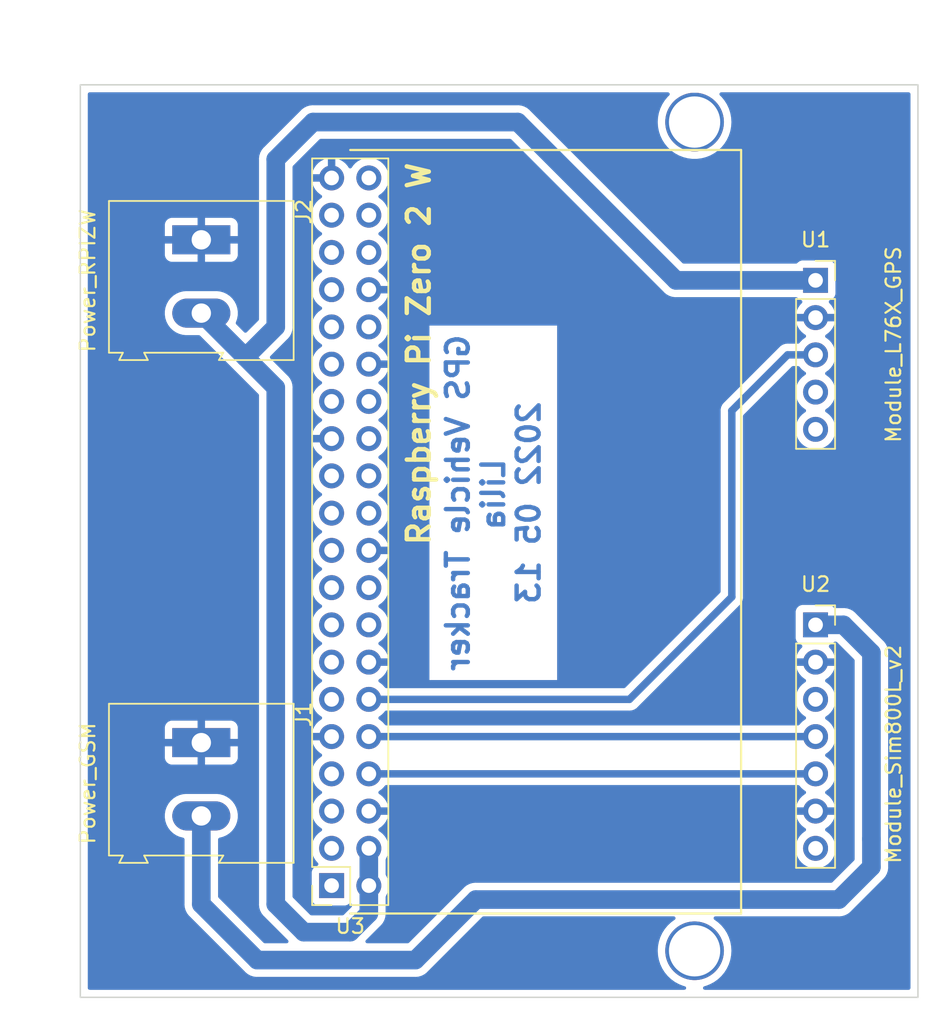
<source format=kicad_pcb>
(kicad_pcb (version 20211014) (generator pcbnew)
  (layers (0 "F.Cu" signal) (31 "B.Cu" signal) (34 "B.Paste" user) (35 "F.Paste" user) (36 "B.SilkS" user "B.Silkscreen") (37 "F.SilkS" user "F.Silkscreen") (38 "B.Mask" user) (39 "F.Mask" user) (44 "Edge.Cuts" user))
  (net 0 "")
  (net 1 "GND")
  (net 2 "VBUS")
  (net 3 "/P3V3_HAT")
  (net 4 "/bcm14")
  (net 5 "/bcm15")
  (net 6 "/ID_SD_EEPROM")
  (net 7 "/ID_SC_EEPROM")
  (net 8 "+5V")
  (net 13 "Net-(U1-Pad3)")
  (footprint "TerminalBlock:TerminalBlock_Altech_AK300-2_P5.00mm" (layer "F.Cu") (at 89.935 82.395 -90)
    (fp_text reference "J1" (at -1.92 -6.99 90) (layer "F.SilkS"))
    (fp_text value "Power_GSM" (at 2.78 7.75 90) (layer "F.SilkS"))
    (fp_line (start 7.7 -1.5) (end 8.2 -1.2) (layer "F.SilkS") (width 0.12))
    (fp_line (start -2.65 -6.3) (end -2.65 6.3) (layer "F.SilkS") (width 0.12))
    (fp_line (start 8.2 -1.2) (end 8.2 -6.3) (layer "F.SilkS") (width 0.12))
    (fp_line (start 7.7 3.9) (end 7.7 -1.5) (layer "F.SilkS") (width 0.12))
    (fp_line (start 7.7 5.35) (end 8.2 5.6) (layer "F.SilkS") (width 0.12))
    (fp_line (start 8.2 3.65) (end 7.7 3.9) (layer "F.SilkS") (width 0.12))
    (fp_line (start 7.7 6.3) (end 7.7 5.35) (layer "F.SilkS") (width 0.12))
    (fp_line (start 8.2 3.7) (end 8.2 3.65) (layer "F.SilkS") (width 0.12))
    (fp_line (start -2.65 6.3) (end 7.7 6.3) (layer "F.SilkS") (width 0.12))
    (fp_line (start 8.2 5.6) (end 8.2 3.7) (layer "F.SilkS") (width 0.12))
    (fp_line (start 8.2 -6.3) (end -2.65 -6.3) (layer "F.SilkS") (width 0.12))
    (pad "1" thru_hole rect (at 0 0 270) (size 1.98 3.96) (drill 1.32) (layers *.Cu *.Mask) (net 1 "GND"))
    (pad "2" thru_hole oval (at 5 0 270) (size 1.98 3.96) (drill 1.32) (layers *.Cu *.Mask) (net 2 "VBUS"))
  )
  (footprint "TerminalBlock:TerminalBlock_Altech_AK300-2_P5.00mm" (layer "F.Cu") (at 89.935 48.105 -90)
    (fp_text reference "J2" (at -1.92 -6.99 90) (layer "F.SilkS"))
    (fp_text value "Power_RPIZW" (at 2.78 7.75 90) (layer "F.SilkS"))
    (fp_line (start -2.65 6.3) (end 7.7 6.3) (layer "F.SilkS") (width 0.12))
    (fp_line (start 8.2 3.65) (end 7.7 3.9) (layer "F.SilkS") (width 0.12))
    (fp_line (start 7.7 5.35) (end 8.2 5.6) (layer "F.SilkS") (width 0.12))
    (fp_line (start 7.7 3.9) (end 7.7 -1.5) (layer "F.SilkS") (width 0.12))
    (fp_line (start 8.2 5.6) (end 8.2 3.7) (layer "F.SilkS") (width 0.12))
    (fp_line (start -2.65 -6.3) (end -2.65 6.3) (layer "F.SilkS") (width 0.12))
    (fp_line (start 8.2 -1.2) (end 8.2 -6.3) (layer "F.SilkS") (width 0.12))
    (fp_line (start 7.7 6.3) (end 7.7 5.35) (layer "F.SilkS") (width 0.12))
    (fp_line (start 8.2 3.7) (end 8.2 3.65) (layer "F.SilkS") (width 0.12))
    (fp_line (start 8.2 -6.3) (end -2.65 -6.3) (layer "F.SilkS") (width 0.12))
    (fp_line (start 7.7 -1.5) (end 8.2 -1.2) (layer "F.SilkS") (width 0.12))
    (pad "1" thru_hole rect (at 0 0 270) (size 1.98 3.96) (drill 1.32) (layers *.Cu *.Mask) (net 1 "GND"))
    (pad "2" thru_hole oval (at 5 0 270) (size 1.98 3.96) (drill 1.32) (layers *.Cu *.Mask) (net 8 "+5V"))
  )
  (footprint "Connector_PinSocket_2.54mm:PinSocket_2x20_P2.54mm_Vertical" (layer "F.Cu") (at 98.825 92.145 180)
    (fp_text reference "U3" (at -1.27 -2.77) (layer "F.SilkS"))
    (fp_text value "40HAT")
    (fp_line (start 0 -1.33) (end 1.33 -1.33) (layer "F.SilkS") (width 0.12))
    (fp_line (start 1.33 1.27) (end 1.33 49.59) (layer "F.SilkS") (width 0.12))
    (fp_line (start -3.87 49.59) (end 1.33 49.59) (layer "F.SilkS") (width 0.12))
    (fp_line (start -3.87 -1.33) (end -1.27 -1.33) (layer "F.SilkS") (width 0.12))
    (fp_line (start 1.33 -1.33) (end 1.33 0) (layer "F.SilkS") (width 0.12))
    (fp_line (start -3.87 -1.33) (end -3.87 49.59) (layer "F.SilkS") (width 0.12))
    (fp_line (start -1.27 1.27) (end 1.33 1.27) (layer "F.SilkS") (width 0.12))
    (fp_line (start -1.27 -1.33) (end -1.27 1.27) (layer "F.SilkS") (width 0.12))
    (pad "1" thru_hole rect (at 0 0 180) (size 1.7 1.7) (drill 1) (layers *.Cu *.Mask) (net 3 "/P3V3_HAT"))
    (pad "2" thru_hole oval (at -2.54 0 180) (size 1.7 1.7) (drill 1) (layers *.Cu *.Mask) (net 8 "+5V"))
    (pad "3" thru_hole oval (at 0 2.54 180) (size 1.7 1.7) (drill 1) (layers *.Cu *.Mask))
    (pad "4" thru_hole oval (at -2.54 2.54 180) (size 1.7 1.7) (drill 1) (layers *.Cu *.Mask) (net 8 "+5V"))
    (pad "5" thru_hole oval (at 0 5.08 180) (size 1.7 1.7) (drill 1) (layers *.Cu *.Mask))
    (pad "6" thru_hole oval (at -2.54 5.08 180) (size 1.7 1.7) (drill 1) (layers *.Cu *.Mask) (net 1 "GND"))
    (pad "7" thru_hole oval (at 0 7.62 180) (size 1.7 1.7) (drill 1) (layers *.Cu *.Mask))
    (pad "8" thru_hole oval (at -2.54 7.62 180) (size 1.7 1.7) (drill 1) (layers *.Cu *.Mask) (net 4 "/bcm14"))
    (pad "9" thru_hole oval (at 0 10.16 180) (size 1.7 1.7) (drill 1) (layers *.Cu *.Mask) (net 1 "GND"))
    (pad "10" thru_hole oval (at -2.54 10.16 180) (size 1.7 1.7) (drill 1) (layers *.Cu *.Mask) (net 5 "/bcm15"))
    (pad "11" thru_hole oval (at 0 12.7 180) (size 1.7 1.7) (drill 1) (layers *.Cu *.Mask))
    (pad "12" thru_hole oval (at -2.54 12.7 180) (size 1.7 1.7) (drill 1) (layers *.Cu *.Mask) (net 13 "Net-(U1-Pad3)"))
    (pad "13" thru_hole oval (at 0 15.24 180) (size 1.7 1.7) (drill 1) (layers *.Cu *.Mask))
    (pad "14" thru_hole oval (at -2.54 15.24 180) (size 1.7 1.7) (drill 1) (layers *.Cu *.Mask) (net 1 "GND"))
    (pad "15" thru_hole oval (at 0 17.78 180) (size 1.7 1.7) (drill 1) (layers *.Cu *.Mask))
    (pad "16" thru_hole oval (at -2.54 17.78 180) (size 1.7 1.7) (drill 1) (layers *.Cu *.Mask))
    (pad "17" thru_hole oval (at 0 20.32 180) (size 1.7 1.7) (drill 1) (layers *.Cu *.Mask))
    (pad "18" thru_hole oval (at -2.54 20.32 180) (size 1.7 1.7) (drill 1) (layers *.Cu *.Mask))
    (pad "19" thru_hole oval (at 0 22.86 180) (size 1.7 1.7) (drill 1) (layers *.Cu *.Mask))
    (pad "20" thru_hole oval (at -2.54 22.86 180) (size 1.7 1.7) (drill 1) (layers *.Cu *.Mask) (net 1 "GND"))
    (pad "21" thru_hole oval (at 0 25.4 180) (size 1.7 1.7) (drill 1) (layers *.Cu *.Mask))
    (pad "22" thru_hole oval (at -2.54 25.4 180) (size 1.7 1.7) (drill 1) (layers *.Cu *.Mask))
    (pad "23" thru_hole oval (at 0 27.94 180) (size 1.7 1.7) (drill 1) (layers *.Cu *.Mask))
    (pad "24" thru_hole oval (at -2.54 27.94 180) (size 1.7 1.7) (drill 1) (layers *.Cu *.Mask))
    (pad "25" thru_hole oval (at 0 30.48 180) (size 1.7 1.7) (drill 1) (layers *.Cu *.Mask) (net 1 "GND"))
    (pad "26" thru_hole oval (at -2.54 30.48 180) (size 1.7 1.7) (drill 1) (layers *.Cu *.Mask))
    (pad "27" thru_hole oval (at 0 33.02 180) (size 1.7 1.7) (drill 1) (layers *.Cu *.Mask) (net 6 "/ID_SD_EEPROM"))
    (pad "28" thru_hole oval (at -2.54 33.02 180) (size 1.7 1.7) (drill 1) (layers *.Cu *.Mask) (net 7 "/ID_SC_EEPROM"))
    (pad "29" thru_hole oval (at 0 35.56 180) (size 1.7 1.7) (drill 1) (layers *.Cu *.Mask))
    (pad "30" thru_hole oval (at -2.54 35.56 180) (size 1.7 1.7) (drill 1) (layers *.Cu *.Mask) (net 1 "GND"))
    (pad "31" thru_hole oval (at 0 38.1 180) (size 1.7 1.7) (drill 1) (layers *.Cu *.Mask))
    (pad "32" thru_hole oval (at -2.54 38.1 180) (size 1.7 1.7) (drill 1) (layers *.Cu *.Mask))
    (pad "33" thru_hole oval (at 0 40.64 180) (size 1.7 1.7) (drill 1) (layers *.Cu *.Mask))
    (pad "34" thru_hole oval (at -2.54 40.64 180) (size 1.7 1.7) (drill 1) (layers *.Cu *.Mask) (net 1 "GND"))
    (pad "35" thru_hole oval (at 0 43.18 180) (size 1.7 1.7) (drill 1) (layers *.Cu *.Mask))
    (pad "36" thru_hole oval (at -2.54 43.18 180) (size 1.7 1.7) (drill 1) (layers *.Cu *.Mask))
    (pad "37" thru_hole oval (at 0 45.72 180) (size 1.7 1.7) (drill 1) (layers *.Cu *.Mask))
    (pad "38" thru_hole oval (at -2.54 45.72 180) (size 1.7 1.7) (drill 1) (layers *.Cu *.Mask))
    (pad "39" thru_hole oval (at 0 48.26 180) (size 1.7 1.7) (drill 1) (layers *.Cu *.Mask) (net 1 "GND"))
    (pad "40" thru_hole oval (at -2.54 48.26 180) (size 1.7 1.7) (drill 1) (layers *.Cu *.Mask))
  )
  (footprint "Connector_PinSocket_2.54mm:PinSocket_1x05_P2.54mm_Vertical" (layer "F.Cu") (at 131.845 50.87)
    (fp_text reference "U1" (at 0 -2.77) (layer "F.SilkS"))
    (fp_text value "Module_L76X_GPS" (at 5.315 4.375 90) (layer "F.SilkS"))
    (fp_line (start -1.33 11.49) (end 1.33 11.49) (layer "F.SilkS") (width 0.12))
    (fp_line (start 0 -1.33) (end 1.33 -1.33) (layer "F.SilkS") (width 0.12))
    (fp_line (start 1.33 1.27) (end 1.33 11.49) (layer "F.SilkS") (width 0.12))
    (fp_line (start -1.33 1.27) (end 1.33 1.27) (layer "F.SilkS") (width 0.12))
    (fp_line (start 1.33 -1.33) (end 1.33 0) (layer "F.SilkS") (width 0.12))
    (fp_line (start -1.33 1.27) (end -1.33 11.49) (layer "F.SilkS") (width 0.12))
    (pad "1" thru_hole rect (at 0 0) (size 1.7 1.7) (drill 1) (layers *.Cu *.Mask) (net 8 "+5V"))
    (pad "2" thru_hole oval (at 0 2.54) (size 1.7 1.7) (drill 1) (layers *.Cu *.Mask) (net 1 "GND"))
    (pad "3" thru_hole oval (at 0 5.08) (size 1.7 1.7) (drill 1) (layers *.Cu *.Mask) (net 13 "Net-(U1-Pad3)"))
    (pad "4" thru_hole oval (at 0 7.62) (size 1.7 1.7) (drill 1) (layers *.Cu *.Mask))
    (pad "5" thru_hole oval (at 0 10.16) (size 1.7 1.7) (drill 1) (layers *.Cu *.Mask))
  )
  (footprint "Connector_PinSocket_2.54mm:PinSocket_1x07_P2.54mm_Vertical" (layer "F.Cu") (at 131.845 74.365)
    (fp_text reference "U2" (at 0 -2.77) (layer "F.SilkS"))
    (fp_text value "Module_Sim800L_v2" (at 5.315 8.82 90) (layer "F.SilkS"))
    (fp_line (start 0 -1.33) (end 1.33 -1.33) (layer "F.SilkS") (width 0.12))
    (fp_line (start -1.33 1.27) (end 1.33 1.27) (layer "F.SilkS") (width 0.12))
    (fp_line (start -1.33 1.27) (end -1.33 16.57) (layer "F.SilkS") (width 0.12))
    (fp_line (start 1.33 -1.33) (end 1.33 0) (layer "F.SilkS") (width 0.12))
    (fp_line (start 1.33 1.27) (end 1.33 16.57) (layer "F.SilkS") (width 0.12))
    (fp_line (start -1.33 16.57) (end 1.33 16.57) (layer "F.SilkS") (width 0.12))
    (pad "1" thru_hole rect (at 0 0) (size 1.7 1.7) (drill 1) (layers *.Cu *.Mask) (net 2 "VBUS"))
    (pad "2" thru_hole oval (at 0 2.54) (size 1.7 1.7) (drill 1) (layers *.Cu *.Mask) (net 1 "GND"))
    (pad "3" thru_hole oval (at 0 5.08) (size 1.7 1.7) (drill 1) (layers *.Cu *.Mask))
    (pad "4" thru_hole oval (at 0 7.62) (size 1.7 1.7) (drill 1) (layers *.Cu *.Mask) (net 5 "/bcm15"))
    (pad "5" thru_hole oval (at 0 10.16) (size 1.7 1.7) (drill 1) (layers *.Cu *.Mask) (net 4 "/bcm14"))
    (pad "6" thru_hole oval (at 0 12.7) (size 1.7 1.7) (drill 1) (layers *.Cu *.Mask) (net 1 "GND"))
    (pad "7" thru_hole oval (at 0 15.24) (size 1.7 1.7) (drill 1) (layers *.Cu *.Mask))
  )
  (gr_line (start 126.765 94.05) (end 100.095 94.05) (layer "F.SilkS") (width 0.15))
  (gr_line (start 126.765 41.98) (end 126.765 94.05) (layer "F.SilkS") (width 0.15))
  (gr_line (start 100.095 41.98) (end 126.765 41.98) (layer "F.SilkS") (width 0.15))
  (gr_rect (start 81.68 37.535) (end 138.83 99.765) (layer "Edge.Cuts") (width 0.1) (fill none))
  (gr_text "GPS Vehicle Tracker\nLilia \n2022 05 13" (at 109.855 66.04 90) (layer "B.Cu") (effects (font (size 1.5 1.5) (thickness 0.3)) (justify mirror)))
  (gr_text "Raspberry Pi Zero 2 W" (at 104.775 55.88 90) (layer "F.SilkS") (effects (font (size 1.5 1.5) (thickness 0.3))))
  (via (at 123.59 40.075) (size 4) (drill 3.5) (layers "F.Cu" "B.Cu") (net 0))
  (via (at 123.59 96.59) (size 4) (drill 3.5) (layers "F.Cu" "B.Cu") (net 0))
  (segment (start 89.935 93.415) (end 93.745 97.225) (width 1.27) (layer "B.Cu") (net 2))
  (segment (start 108.6675 93.0975) (end 133.4325 93.0975) (width 1.27) (layer "B.Cu") (net 2))
  (segment (start 135.655 88.97) (end 135.655 90.875) (width 1.27) (layer "B.Cu") (net 2))
  (segment (start 131.845 74.365) (end 133.75 74.365) (width 1.27) (layer "B.Cu") (net 2))
  (segment (start 135.655 76.27) (end 135.655 88.97) (width 1.27) (layer "B.Cu") (net 2))
  (segment (start 93.745 97.225) (end 104.54 97.225) (width 1.27) (layer "B.Cu") (net 2))
  (segment (start 89.935 87.395) (end 89.935 93.415) (width 1.27) (layer "B.Cu") (net 2))
  (segment (start 133.75 74.365) (end 135.655 76.27) (width 1.27) (layer "B.Cu") (net 2))
  (segment (start 135.655 90.875) (end 133.4325 93.0975) (width 1.27) (layer "B.Cu") (net 2))
  (segment (start 104.54 97.225) (end 108.6675 93.0975) (width 1.27) (layer "B.Cu") (net 2))
  (segment (start 101.365 84.525) (end 131.845 84.525) (width 0.508) (layer "B.Cu") (net 4))
  (segment (start 101.365 81.985) (end 131.845 81.985) (width 0.508) (layer "B.Cu") (net 5))
  (segment (start 95.015 54.045) (end 95.015 42.615) (width 1.27) (layer "B.Cu") (net 8))
  (segment (start 100.095 95.32) (end 101.365 94.05) (width 1.27) (layer "B.Cu") (net 8))
  (segment (start 96.92 95.32) (end 100.095 95.32) (width 1.27) (layer "B.Cu") (net 8))
  (segment (start 95.015 58.185) (end 95.015 93.415) (width 1.27) (layer "B.Cu") (net 8))
  (segment (start 122.32 50.87) (end 131.845 50.87) (width 1.27) (layer "B.Cu") (net 8))
  (segment (start 111.525 40.075) (end 122.32 50.87) (width 1.27) (layer "B.Cu") (net 8))
  (segment (start 92.945 56.115) (end 95.015 58.185) (width 1.27) (layer "B.Cu") (net 8))
  (segment (start 92.945 56.115) (end 95.015 54.045) (width 1.27) (layer "B.Cu") (net 8))
  (segment (start 101.365 94.05) (end 101.365 89.605) (width 1.27) (layer "B.Cu") (net 8))
  (segment (start 95.015 42.615) (end 97.555 40.075) (width 1.27) (layer "B.Cu") (net 8))
  (segment (start 97.555 40.075) (end 111.525 40.075) (width 1.27) (layer "B.Cu") (net 8))
  (segment (start 95.015 93.415) (end 96.92 95.32) (width 1.27) (layer "B.Cu") (net 8))
  (segment (start 89.935 53.105) (end 92.945 56.115) (width 1.27) (layer "B.Cu") (net 8))
  (segment (start 126.13 72.46) (end 126.13 59.76) (width 0.508) (layer "B.Cu") (net 13))
  (segment (start 119.145 79.445) (end 126.13 72.46) (width 0.508) (layer "B.Cu") (net 13))
  (segment (start 126.13 59.76) (end 129.94 55.95) (width 0.508) (layer "B.Cu") (net 13))
  (segment (start 129.94 55.95) (end 131.845 55.95) (width 0.508) (layer "B.Cu") (net 13))
  (segment (start 101.365 79.445) (end 119.145 79.445) (width 0.508) (layer "B.Cu") (net 13))
  (zone (net 1) (net_name "GND") (layer "B.Cu") (connect_pads (clearance 0.508)) (min_thickness 0.254) (fill yes (thermal_gap 0.508) (thermal_bridge_width 0.508))
    (polygon (pts (xy 140.335 101.6) (xy 76.2 101.6) (xy 76.2 31.75) (xy 140.335 31.75)))
  )
)
</source>
